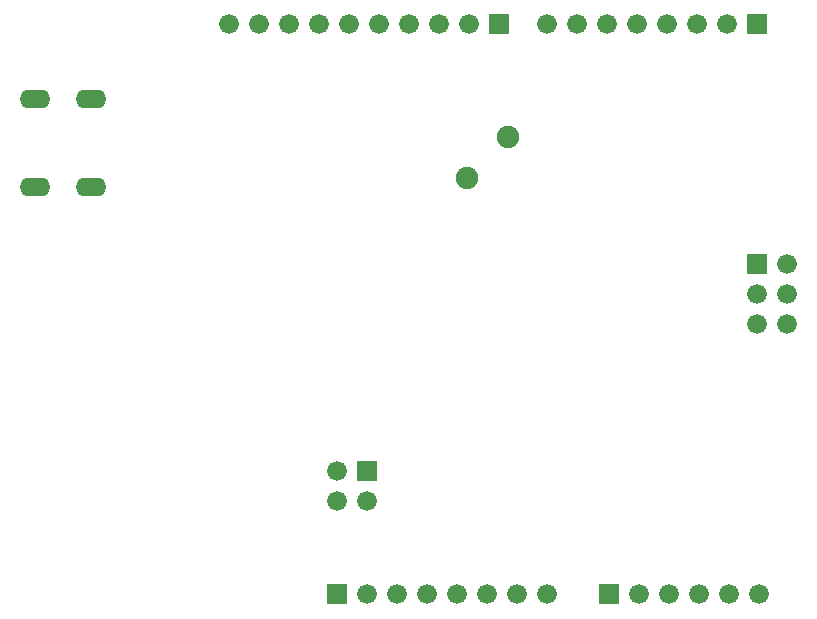
<source format=gbs>
G04 Layer: BottomSolderMaskLayer*
G04 EasyEDA v6.5.51, 2025-11-10 16:22:34*
G04 edf426586456471d89c25727c5112f57,c2dd228c5626426dab0286b5437c322d,10*
G04 Gerber Generator version 0.2*
G04 Scale: 100 percent, Rotated: No, Reflected: No *
G04 Dimensions in inches *
G04 leading zeros omitted , absolute positions ,3 integer and 6 decimal *
%FSLAX36Y36*%
%MOIN*%

%AMMACRO1*4,1,8,-0.0318,-0.033,-0.033,-0.0318,-0.033,0.0318,-0.0318,0.033,0.0318,0.033,0.033,0.0318,0.033,-0.0318,0.0318,-0.033,-0.0318,-0.033,0*%
%ADD10MACRO1*%
%ADD11C,0.0660*%
%ADD12O,0.102425X0.063055*%
%ADD13C,0.0749*%
%ADD14C,0.0151*%

%LPD*%
D10*
G01*
X1100000Y100000D03*
D11*
G01*
X1200000Y100000D03*
G01*
X1300000Y100000D03*
G01*
X1400000Y100000D03*
G01*
X1500000Y100000D03*
G01*
X1600000Y100000D03*
G01*
X1700000Y100000D03*
G01*
X1800000Y100000D03*
G01*
X740000Y2000000D03*
G01*
X840000Y2000000D03*
G01*
X940000Y2000000D03*
G01*
X1040000Y2000000D03*
G01*
X1140000Y2000000D03*
G01*
X1240000Y2000000D03*
G01*
X1340000Y2000000D03*
G01*
X1440000Y2000000D03*
G01*
X1540000Y2000000D03*
D10*
G01*
X1640000Y2000000D03*
D11*
G01*
X2505000Y100000D03*
G01*
X2405000Y100000D03*
G01*
X2305000Y100000D03*
G01*
X2205000Y100000D03*
G01*
X2105000Y100000D03*
D10*
G01*
X2005000Y100000D03*
D11*
G01*
X2600000Y1000000D03*
G01*
X2500000Y1000000D03*
G01*
X2600000Y1100000D03*
G01*
X2500000Y1100000D03*
G01*
X2600000Y1200000D03*
D10*
G01*
X2500000Y1200000D03*
G01*
X1200000Y510000D03*
D11*
G01*
X1200000Y410000D03*
G01*
X1100000Y510000D03*
G01*
X1100000Y410000D03*
D12*
G01*
X278555Y1750625D03*
G01*
X91545Y1750625D03*
G01*
X91545Y1459284D03*
G01*
X278555Y1459284D03*
D10*
G01*
X2500000Y2000000D03*
D11*
G01*
X2400000Y2000000D03*
G01*
X2300000Y2000000D03*
G01*
X2200000Y2000000D03*
G01*
X2100000Y2000000D03*
G01*
X2000000Y2000000D03*
G01*
X1900000Y2000000D03*
G01*
X1800000Y2000000D03*
D13*
G01*
X1532075Y1487074D03*
G01*
X1667924Y1622925D03*
M02*

</source>
